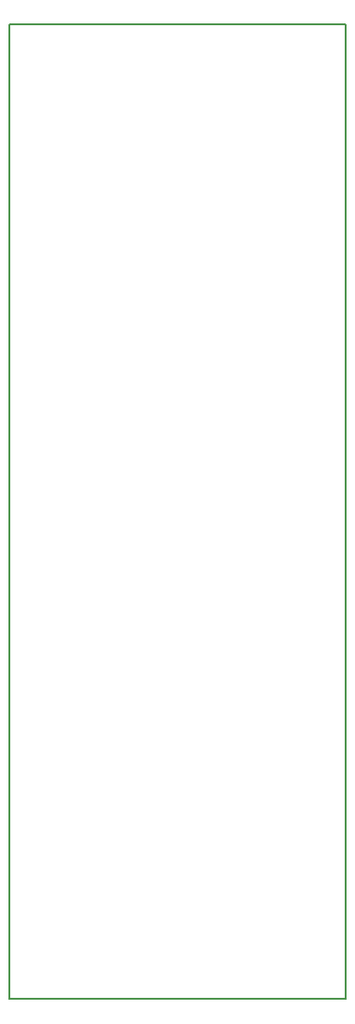
<source format=gm1>
G04 #@! TF.GenerationSoftware,KiCad,Pcbnew,(5.1.5)-3*
G04 #@! TF.CreationDate,2020-01-05T20:33:51-06:00*
G04 #@! TF.ProjectId,tymkrs_vendo,74796d6b-7273-45f7-9665-6e646f2e6b69,V0*
G04 #@! TF.SameCoordinates,Original*
G04 #@! TF.FileFunction,Profile,NP*
%FSLAX46Y46*%
G04 Gerber Fmt 4.6, Leading zero omitted, Abs format (unit mm)*
G04 Created by KiCad (PCBNEW (5.1.5)-3) date 2020-01-05 20:33:51*
%MOMM*%
%LPD*%
G04 APERTURE LIST*
%ADD10C,0.150000*%
G04 APERTURE END LIST*
D10*
X93345000Y-183515000D02*
X93345000Y-95250000D01*
X123825000Y-183515000D02*
X93345000Y-183515000D01*
X123825000Y-95250000D02*
X123825000Y-183515000D01*
X93345000Y-95250000D02*
X123825000Y-95250000D01*
M02*

</source>
